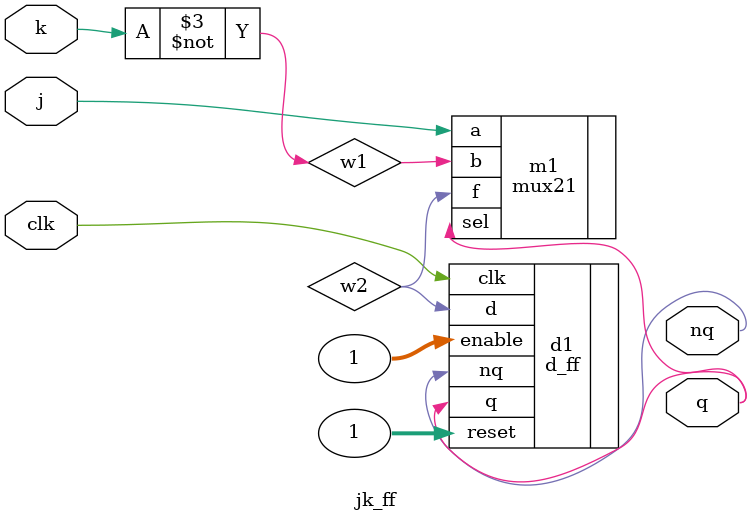
<source format=v>
module jk_ff (
    input  clk,
    input  j,
    input  k,
    output q,
    output nq
);
  wire w1, w2;

  not n1 (w1, k);

  mux21 m1 (
      .a  (j),
      .b  (w1),
      .sel(q),
      .f  (w2)
  );

  d_ff d1 (
      .clk(clk),
      .reset(1),
      .enable(1),
      .d(w2),
      .q(q),
      .nq(nq)
  );
endmodule

</source>
